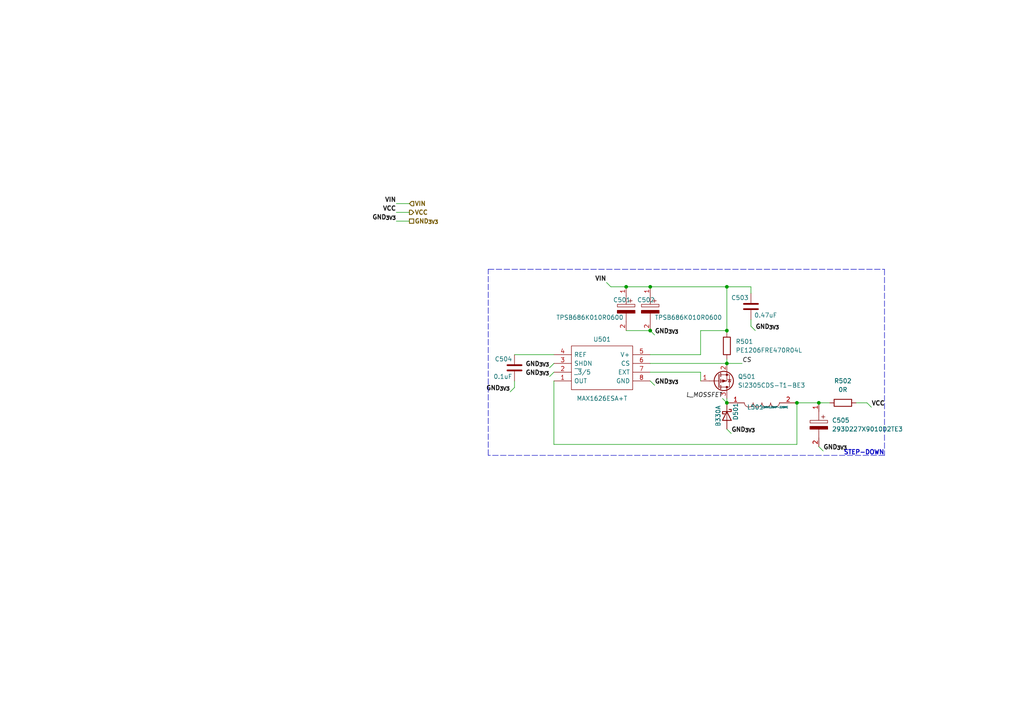
<source format=kicad_sch>
(kicad_sch (version 20211123) (generator eeschema)
  (paper "A4")
  (title_block (title "Control Unit - CanSat 2023") (date "2023-01-18") (rev "2022") (company "Project SkyFall") (comment 1 "David Haisman"))
  (lib_symbols
    (symbol "1Knihovna:SI2305CDS-T1-BE3" (pin_names (offset 0) hide)
      (property "Reference" "Q205" (at 3.175 3.175 0))
      (property "Value" "SI2305CDS-T1-BE3" (at 9.525 1.27 0))
      (symbol "SI2305CDS-T1-BE3_0_1"
        (polyline (pts (xy 0.254 0) (xy -2.54 0)))
        (polyline (pts (xy 0.254 1.905) (xy 0.254 -1.905)) (stroke (width 0.254)))
        (polyline (pts (xy 0.762 -1.27) (xy 0.762 -2.286)) (stroke (width 0.254)))
        (polyline (pts (xy 0.762 0.508) (xy 0.762 -0.508)) (stroke (width 0.254)))
        (polyline (pts (xy 0.762 2.286) (xy 0.762 1.27)) (stroke (width 0.254)))
        (polyline (pts (xy 2.54 2.54) (xy 2.54 1.778)))
        (polyline (pts (xy 2.54 -2.54) (xy 2.54 0) (xy 0.762 0)))
        (polyline (pts (xy 0.762 1.778) (xy 3.302 1.778) (xy 3.302 -1.778) (xy 0.762 -1.778)))
        (polyline (pts (xy 2.286 0) (xy 1.27 0.381) (xy 1.27 -0.381) (xy 2.286 0)) (fill (type outline)))
        (polyline (pts (xy 2.794 -0.508) (xy 2.921 -0.381) (xy 3.683 -0.381) (xy 3.81 -0.254)))
        (polyline (pts (xy 3.302 -0.381) (xy 2.921 0.254) (xy 3.683 0.254) (xy 3.302 -0.381)))
        (circle (center 1.651 0) (radius 2.794) (stroke (width 0.254)))
        (circle (center 2.54 -1.778) (radius 0.254) (fill (type outline)))
        (circle (center 2.54 1.778) (radius 0.254) (fill (type outline)))
      )
      (symbol "SI2305CDS-T1-BE3_1_1"
        (pin input line (at -5.08 0 0) (length 2.54) (name "G") (number "1"))
        (pin passive line (at 2.54 -5.08 90) (length 2.54) (name "S") (number "2"))
        (pin passive line (at 2.54 5.08 270) (length 2.54) (name "D") (number "3"))
      )
    )
    (symbol "Device:C" (pin_numbers hide) (pin_names (offset 0.254))
      (property "Reference" "C" (at 0.635 2.54 0))
      (property "Value" "C" (at 0.635 -2.54 0))
      (symbol "C_0_1"
        (polyline (pts (xy -2.032 -0.762) (xy 2.032 -0.762)) (stroke (width 0.508)))
        (polyline (pts (xy -2.032 0.762) (xy 2.032 0.762)) (stroke (width 0.508)))
      )
      (symbol "C_1_1"
        (pin passive line (at 0 3.81 270) (length 2.794) (name "~") (number "1"))
        (pin passive line (at 0 -3.81 90) (length 2.794) (name "~") (number "2"))
      )
    )
    (symbol "Device:R" (pin_numbers hide) (pin_names (offset 0))
      (property "Reference" "R" (at 2.032 0 90))
      (property "Value" "R" (at 0 0 90))
      (symbol "R_0_1"
        (rectangle (start -1.016 -2.54) (end 1.016 2.54) (stroke (width 0.254)))
      )
      (symbol "R_1_1"
        (pin passive line (at 0 3.81 270) (length 1.27) (name "~") (number "1"))
        (pin passive line (at 0 -3.81 90) (length 1.27) (name "~") (number "2"))
      )
    )
    (symbol "Diode:B330" (pin_numbers hide) (pin_names (offset 1.016) hide)
      (property "Reference" "D" (at 0 2.54 0))
      (property "Value" "B330" (at 0 -2.54 0))
      (symbol "B330_0_1"
        (polyline (pts (xy 1.27 0) (xy -1.27 0)))
        (polyline (pts (xy 1.27 1.27) (xy 1.27 -1.27) (xy -1.27 0) (xy 1.27 1.27)) (stroke (width 0.254)))
        (polyline (pts (xy -1.905 0.635) (xy -1.905 1.27) (xy -1.27 1.27) (xy -1.27 -1.27) (xy -0.635 -1.27) (xy -0.635 -0.635)) (stroke (width 0.254)))
      )
      (symbol "B330_1_1"
        (pin passive line (at -3.81 0 0) (length 2.54) (name "K") (number "1"))
        (pin passive line (at 3.81 0 180) (length 2.54) (name "A") (number "2"))
      )
    )
    (symbol "SamacSys_Parts2:293D227X9010D2TE3" (pin_names (offset 0.762))
      (property "Reference" "C" (at 8.89 6.35 0))
      (property "Value" "293D227X9010D2TE3" (at 8.89 3.81 0))
      (symbol "293D227X9010D2TE3_0_0"
        (pin passive line (at 0 0 0) (length 2.54) (name "~") (number "1"))
        (pin passive line (at 12.7 0 180) (length 2.54) (name "~") (number "2"))
      )
      (symbol "293D227X9010D2TE3_0_1"
        (polyline (pts (xy 2.54 0) (xy 5.08 0)) (stroke (width 0.1524)))
        (polyline (pts (xy 4.064 1.778) (xy 4.064 0.762)) (stroke (width 0.1524)))
        (polyline (pts (xy 4.572 1.27) (xy 3.556 1.27)) (stroke (width 0.1524)))
        (polyline (pts (xy 7.62 0) (xy 10.16 0)) (stroke (width 0.1524)))
        (polyline (pts (xy 5.08 2.54) (xy 5.08 -2.54) (xy 5.842 -2.54) (xy 5.842 2.54) (xy 5.08 2.54)) (stroke (width 0.1524)))
        (polyline (pts (xy 7.62 2.54) (xy 7.62 -2.54) (xy 6.858 -2.54) (xy 6.858 2.54) (xy 7.62 2.54)) (stroke (width 0.254)) (fill (type outline)))
      )
    )
    (symbol "SamacSys_Parts2:CDRH125NP-220MC" (pin_names (offset 0.762))
      (property "Reference" "L" (at 16.51 6.35 0))
      (property "Value" "CDRH125NP-220MC" (at 16.51 3.81 0))
      (symbol "CDRH125NP-220MC_0_0"
        (pin passive line (at 0 0 0) (length 5.08) (name "~") (number "1"))
        (pin passive line (at 20.32 0 180) (length 5.08) (name "~") (number "2"))
      )
      (symbol "CDRH125NP-220MC_0_1"
        (arc (start 5.08 0) (mid 6.35 -1.3218) (end 7.62 0) (stroke (width 0.1524)))
        (arc (start 7.62 0) (mid 8.89 -1.3218) (end 10.16 0) (stroke (width 0.1524)))
        (arc (start 10.16 0) (mid 11.43 -1.3218) (end 12.7 0) (stroke (width 0.1524)))
        (arc (start 12.7 0) (mid 13.97 -1.3218) (end 15.24 0) (stroke (width 0.1524)))
      )
    )
    (symbol "SamacSys_Parts2:TPSB686K010R0600" (pin_names (offset 0.762))
      (property "Reference" "C" (at 8.89 6.35 0))
      (property "Value" "TPSB686K010R0600" (at 8.89 3.81 0))
      (symbol "TPSB686K010R0600_0_0"
        (pin passive line (at 0 0 0) (length 2.54) (name "~") (number "1"))
        (pin passive line (at 12.7 0 180) (length 2.54) (name "~") (number "2"))
      )
      (symbol "TPSB686K010R0600_0_1"
        (polyline (pts (xy 2.54 0) (xy 5.08 0)) (stroke (width 0.1524)))
        (polyline (pts (xy 4.064 1.778) (xy 4.064 0.762)) (stroke (width 0.1524)))
        (polyline (pts (xy 4.572 1.27) (xy 3.556 1.27)) (stroke (width 0.1524)))
        (polyline (pts (xy 7.62 0) (xy 10.16 0)) (stroke (width 0.1524)))
        (polyline (pts (xy 5.08 2.54) (xy 5.08 -2.54) (xy 5.842 -2.54) (xy 5.842 2.54) (xy 5.08 2.54)) (stroke (width 0.1524)))
        (polyline (pts (xy 7.62 2.54) (xy 7.62 -2.54) (xy 6.858 -2.54) (xy 6.858 2.54) (xy 7.62 2.54)) (stroke (width 0.254)) (fill (type outline)))
      )
    )
    (symbol "SamacSys_Parts:MAX1626ESA+T" (pin_names (offset 0.762))
      (property "Reference" "U" (at 24.13 7.62 0))
      (property "Value" "MAX1626ESA+T" (at 24.13 5.08 0))
      (symbol "MAX1626ESA+T_0_0"
        (pin passive line (at 0 0 0) (length 5.08) (name "OUT") (number "1"))
        (pin passive line (at 0 -2.54 0) (length 5.08) (name "~{_3}/5") (number "2"))
        (pin passive line (at 0 -5.08 0) (length 5.08) (name "SHDN") (number "3"))
        (pin passive line (at 0 -7.62 0) (length 5.08) (name "REF") (number "4"))
        (pin passive line (at 27.94 -7.62 180) (length 5.08) (name "V+") (number "5"))
        (pin passive line (at 27.94 -5.08 180) (length 5.08) (name "CS") (number "6"))
        (pin passive line (at 27.94 -2.54 180) (length 5.08) (name "EXT") (number "7"))
        (pin passive line (at 27.94 0 180) (length 5.08) (name "GND") (number "8"))
      )
      (symbol "MAX1626ESA+T_0_1"
        (polyline (pts (xy 5.08 2.54) (xy 22.86 2.54) (xy 22.86 -10.16) (xy 5.08 -10.16) (xy 5.08 2.54)) (stroke (width 0.1524)))
      )
    )
  )
  (junction (at 210.82 83.185))
  (junction (at 181.61 83.185))
  (junction (at 188.595 83.185))
  (junction (at 188.595 95.885))
  (junction (at 210.82 95.885))
  (junction (at 231.14 116.84))
  (junction (at 210.82 116.84))
  (junction (at 210.82 105.41))
  (junction (at 237.49 116.84))
  (wire (pts (xy 210.82 95.885) (xy 210.82 83.185)))
  (wire (pts (xy 188.595 83.185) (xy 210.82 83.185)))
  (wire (pts (xy 188.595 107.95) (xy 203.2 107.95)))
  (wire (pts (xy 188.595 110.49) (xy 189.865 111.76)))
  (wire (pts (xy 160.655 110.49) (xy 160.655 128.905)))
  (wire (pts (xy 217.805 94.615) (xy 219.075 95.885)))
  (wire (pts (xy 210.82 124.46) (xy 212.09 125.73)))
  (wire (pts (xy 160.655 105.41) (xy 159.385 106.68)))
  (wire (pts (xy 203.2 95.885) (xy 210.82 95.885)))
  (wire (pts (xy 160.655 107.95) (xy 159.385 109.22)))
  (wire (pts (xy 188.595 105.41) (xy 210.82 105.41)))
  (wire (pts (xy 114.935 64.135) (xy 118.745 64.135)))
  (polyline (pts (xy 141.605 132.08) (xy 141.605 78.105)))
  (wire (pts (xy 251.46 116.84) (xy 252.73 118.11)))
  (wire (pts (xy 248.285 116.84) (xy 251.46 116.84)))
  (wire (pts (xy 181.61 95.885) (xy 188.595 95.885)))
  (wire (pts (xy 160.655 128.905) (xy 231.14 128.905)))
  (wire (pts (xy 149.225 102.87) (xy 160.655 102.87)))
  (wire (pts (xy 217.805 85.09) (xy 217.805 83.185)))
  (wire (pts (xy 118.745 61.595) (xy 114.935 61.595)))
  (wire (pts (xy 149.225 112.395) (xy 147.955 113.665)))
  (wire (pts (xy 215.265 105.41) (xy 210.82 105.41)))
  (wire (pts (xy 188.595 95.885) (xy 189.865 97.155)))
  (wire (pts (xy 210.82 104.14) (xy 210.82 105.41)))
  (wire (pts (xy 231.14 116.84) (xy 237.49 116.84)))
  (wire (pts (xy 175.895 81.915) (xy 177.165 83.185)))
  (wire (pts (xy 188.595 102.87) (xy 203.2 102.87)))
  (wire (pts (xy 231.14 116.84) (xy 231.14 128.905)))
  (wire (pts (xy 210.82 83.185) (xy 217.805 83.185)))
  (wire (pts (xy 209.55 115.57) (xy 210.82 116.84)))
  (wire (pts (xy 210.82 116.84) (xy 210.82 115.57)))
  (wire (pts (xy 240.665 116.84) (xy 237.49 116.84)))
  (wire (pts (xy 217.805 92.71) (xy 217.805 94.615)))
  (polyline (pts (xy 256.54 78.105) (xy 256.54 132.08)))
  (polyline (pts (xy 141.605 78.105) (xy 256.54 78.105)))
  (wire (pts (xy 210.82 96.52) (xy 210.82 95.885)))
  (wire (pts (xy 203.2 107.95) (xy 203.2 110.49)))
  (wire (pts (xy 181.61 83.185) (xy 188.595 83.185)))
  (wire (pts (xy 149.225 110.49) (xy 149.225 112.395)))
  (wire (pts (xy 203.2 102.87) (xy 203.2 95.885)))
  (wire (pts (xy 114.935 59.055) (xy 118.745 59.055)))
  (wire (pts (xy 177.165 83.185) (xy 181.61 83.185)))
  (wire (pts (xy 237.49 129.54) (xy 238.76 130.81)))
  (polyline (pts (xy 256.54 132.08) (xy 141.605 132.08)))
  (text "STEP-DOWN" (at 256.54 132.08 180) (effects (font (size 1.27 1.27) (thickness 0.254) bold) (justify right bottom)))
  (label "GND_{3V3}" (at 114.935 64.135 180) (effects (font (thickness 0.254) bold)))
  (label "GND_{3V3}" (at 189.865 97.155 0) (effects (font (thickness 0.254) bold)))
  (label "GND_{3V3}" (at 212.09 125.73 0) (effects (font (thickness 0.254) bold)))
  (label "VIN" (at 175.895 81.915 180) (effects (font (thickness 0.254) bold)))
  (label "GND_{3V3}" (at 238.76 130.81 0) (effects (font (thickness 0.254) bold)))
  (label "VCC" (at 114.935 61.595 180) (effects (font (thickness 0.254) bold)))
  (label "CS" (at 215.265 105.41 0) (effects (font italic)))
  (label "VIN" (at 114.935 59.055 180) (effects (font (thickness 0.254) bold)))
  (label "VCC" (at 252.73 118.11 0) (effects (font (thickness 0.254) bold)))
  (label "L_MOSSFET" (at 209.55 115.57 180) (effects (font italic)))
  (label "GND_{3V3}" (at 219.075 95.885 0) (effects (font (thickness 0.254) bold)))
  (label "GND_{3V3}" (at 159.385 106.68 180) (effects (font (thickness 0.254) bold)))
  (label "GND_{3V3}" (at 159.385 109.22 180) (effects (font (thickness 0.254) bold)))
  (label "GND_{3V3}" (at 147.955 113.665 180) (effects (font (thickness 0.254) bold)))
  (label "GND_{3V3}" (at 189.865 111.76 0) (effects (font (thickness 0.254) bold)))
  (hierarchical_label "GND_{3V3}" (shape passive) (at 118.745 64.135 0) (effects (font bold)))
  (hierarchical_label "VCC" (shape output) (at 118.745 61.595 0) (effects (font bold)))
  (hierarchical_label "VIN" (shape input) (at 118.745 59.055 0) (effects (font bold)))
  (symbol (lib_id "SamacSys_Parts2:TPSB686K010R0600") (at 181.61 83.185 270) (unit 1)
    (property "Reference" "C501" (at 177.8 86.995 90) (effects (justify left)))
    (property "Value" "TPSB686K010R0600" (at 161.29 92.075 90) (effects (justify left)))
    (property "Footprint" "Capacitor_Tantalum_SMD:CP_EIA-3528-21_Kemet-B" (effects hide))
    (property "Datasheet" "https://componentsearchengine.com/Datasheets/1/TPSB686K010R0600.pdf" (effects hide))
    (property "Description" "AVX Electrolytic Capacitor 68F 10V dc Electrolytic Solid +/-10% Tolerance TPS Series" (effects hide))
    (property "Height" "2.1" (effects hide))
    (property "Mouser Part Number" "581-TPSB686K010R0600" (effects hide))
    (property "Mouser Price/Stock" "https://www.mouser.com/Search/Refine.aspx?Keyword=581-TPSB686K010R0600" (effects hide))
    (property "Manufacturer_Name" "AVX" (effects hide))
    (property "Manufacturer_Part_Number" "TPSB686K010R0600" (effects hide))
  )
  (symbol (lib_id "SamacSys_Parts2:CDRH125NP-220MC") (at 210.82 116.84 0) (unit 1)
    (property "Reference" "L501" (at 219.075 118.11 0))
    (property "Value" "CDRH125NP-220MC" (at 224.79 118.11 0) (effects (font (size 0.5 0.5))))
    (property "Footprint" "CanSat:CDRH125101MC" (effects hide))
    (property "Datasheet" "http://products.sumida.com/products/pdf/CDRH125,CDRH125LD.pdf" (effects hide))
    (property "Description" "Fixed Inductors 22uH 2.80A 0.028ohms" (effects hide))
    (property "Height" "6" (effects hide))
    (property "Mouser Part Number" "851-CDRH125NP-220MC" (effects hide))
    (property "Mouser Price/Stock" "https://www.mouser.co.uk/ProductDetail/Sumida/CDRH125NP-220MC?qs=yEEOfDmvQDX7sNyZ0f3HJA%3D%3D" (effects hide))
    (property "Manufacturer_Name" "Sumida" (effects hide))
    (property "Manufacturer_Part_Number" "CDRH125NP-220MC" (effects hide))
  )
  (symbol (lib_id "Diode:B330") (at 210.82 120.65 270) (unit 1)
    (property "Reference" "D501" (at 213.36 121.92 0) (effects (justify right)))
    (property "Value" "B330A" (at 208.28 120.65 0))
    (property "Footprint" "Diode_SMD:D_SMA" (effects hide))
    (property "Datasheet" "https://www.diodes.com/assets/Datasheets/ds30891.pdf" (effects hide))
  )
  (symbol (lib_id "Device:R") (at 210.82 100.33 0) (unit 1)
    (property "Reference" "R501" (at 213.36 99.0599 0) (effects (justify left)))
    (property "Value" "PE1206FRE470R04L" (at 213.36 101.5999 0) (effects (justify left)))
    (property "Footprint" "1Knihovna:R_1206_Current" (effects hide))
  )
  (symbol (lib_id "SamacSys_Parts2:293D227X9010D2TE3") (at 237.49 116.84 270) (unit 1)
    (property "Reference" "C505" (at 241.3 121.9199 90) (effects (justify left)))
    (property "Value" "293D227X9010D2TE3" (at 241.3 124.4599 90) (effects (justify left)))
    (property "Footprint" "Capacitor_Tantalum_SMD:CP_EIA-7343-31_Kemet-D" (effects hide))
    (property "Datasheet" "http://www.vishay.com/doc?40002" (effects hide))
    (property "Description" "Solid Tantalum Surface Mount Chip Capacitors TANTAMOUNT(TM), Molded Case, Standard Industrial Grade" (effects hide))
    (property "Height" "3.1" (effects hide))
    (property "Mouser Part Number" "74-293D227X9010D2TE3" (effects hide))
    (property "Mouser Price/Stock" "https://www.mouser.co.uk/ProductDetail/Vishay-Sprague/293D227X9010D2TE3?qs=CH3Q5FKf4qDv8K%252BjTwpIww%3D%3D" (effects hide))
    (property "Manufacturer_Name" "Vishay" (effects hide))
    (property "Manufacturer_Part_Number" "293D227X9010D2TE3" (effects hide))
  )
  (symbol (lib_id "SamacSys_Parts:MAX1626ESA+T") (at 160.655 110.49 0) (mirror x) (unit 1)
    (property "Reference" "U501" (at 174.625 98.425 0))
    (property "Value" "MAX1626ESA+T" (at 174.625 115.57 0))
    (property "Footprint" "SOIC127P600X175-8N" (effects hide))
    (property "Datasheet" "https://datasheets.maximintegrated.com/en/ds/MAX1626-MAX1627.pdf" (effects hide))
    (property "Description" "MAXIM INTEGRATED PRODUCTS - MAX1626ESA+T - DC/DC Controller, Buck (Step Down), 3 V to 16.5 V, 1 Output, 300kHz PWM Switching, NSOIC-8" (effects hide))
    (property "Height" "1.75" (effects hide))
    (property "Mouser Part Number" "700-MAX1626ESAT" (effects hide))
    (property "Mouser Price/Stock" "https://www.mouser.co.uk/ProductDetail/Maxim-Integrated/MAX1626ESA%2bT/?qs=Mqkh4jHMT8ylHTywJFaQhw%3D%3D" (effects hide))
    (property "Manufacturer_Name" "Maxim Integrated" (effects hide))
    (property "Manufacturer_Part_Number" "MAX1626ESA+T" (effects hide))
    (property "EV_kit" "https://datasheets.maximintegrated.com/en/ds/MAX1626EVKIT.pdf" (effects hide))
  )
  (symbol (lib_id "1Knihovna:SI2305CDS-T1-BE3") (at 208.28 110.49 0) (mirror x) (unit 1)
    (property "Reference" "Q501" (at 213.995 109.2199 0) (effects (justify left)))
    (property "Value" "SI2305CDS-T1-BE3" (at 213.995 111.7599 0) (effects (justify left)))
    (property "Footprint" "Package_TO_SOT_SMD:SOT-23" (effects hide))
    (property "Datasheet" "https://cz.mouser.com/datasheet/2/427/si2305cd-1764559.pdf" (effects hide))
  )
  (symbol (lib_id "Device:C") (at 149.225 106.68 0) (mirror y) (unit 1)
    (property "Reference" "C504" (at 148.59 104.14 0) (effects (justify left)))
    (property "Value" "0.1uF" (at 148.59 109.22 0) (effects (justify left)))
    (property "Footprint" "Capacitor_SMD:C_0805_2012Metric" (effects hide))
  )
  (symbol (lib_id "SamacSys_Parts2:TPSB686K010R0600") (at 188.595 83.185 270) (unit 1)
    (property "Reference" "C502" (at 184.785 86.995 90) (effects (justify left)))
    (property "Value" "TPSB686K010R0600" (at 189.865 92.075 90) (effects (justify left)))
    (property "Footprint" "Capacitor_Tantalum_SMD:CP_EIA-3528-21_Kemet-B" (effects hide))
    (property "Datasheet" "https://componentsearchengine.com/Datasheets/1/TPSB686K010R0600.pdf" (effects hide))
    (property "Description" "AVX Electrolytic Capacitor 68F 10V dc Electrolytic Solid +/-10% Tolerance TPS Series" (effects hide))
    (property "Height" "2.1" (effects hide))
    (property "Mouser Part Number" "581-TPSB686K010R0600" (effects hide))
    (property "Mouser Price/Stock" "https://www.mouser.com/Search/Refine.aspx?Keyword=581-TPSB686K010R0600" (effects hide))
    (property "Manufacturer_Name" "AVX" (effects hide))
    (property "Manufacturer_Part_Number" "TPSB686K010R0600" (effects hide))
  )
  (symbol (lib_id "Device:C") (at 217.805 88.9 0) (mirror y) (unit 1)
    (property "Reference" "C503" (at 217.17 86.36 0) (effects (justify left)))
    (property "Value" "0.47uF" (at 225.425 91.44 0) (effects (justify left)))
    (property "Footprint" "Capacitor_SMD:C_0805_2012Metric" (effects hide))
  )
  (symbol (lib_id "Device:R") (at 244.475 116.84 90) (unit 1)
    (property "Reference" "R502" (at 244.475 110.49 90))
    (property "Value" "0R" (at 244.475 113.03 90))
    (property "Footprint" "Resistor_SMD:R_1206_3216Metric" (effects hide))
  )
)
</source>
